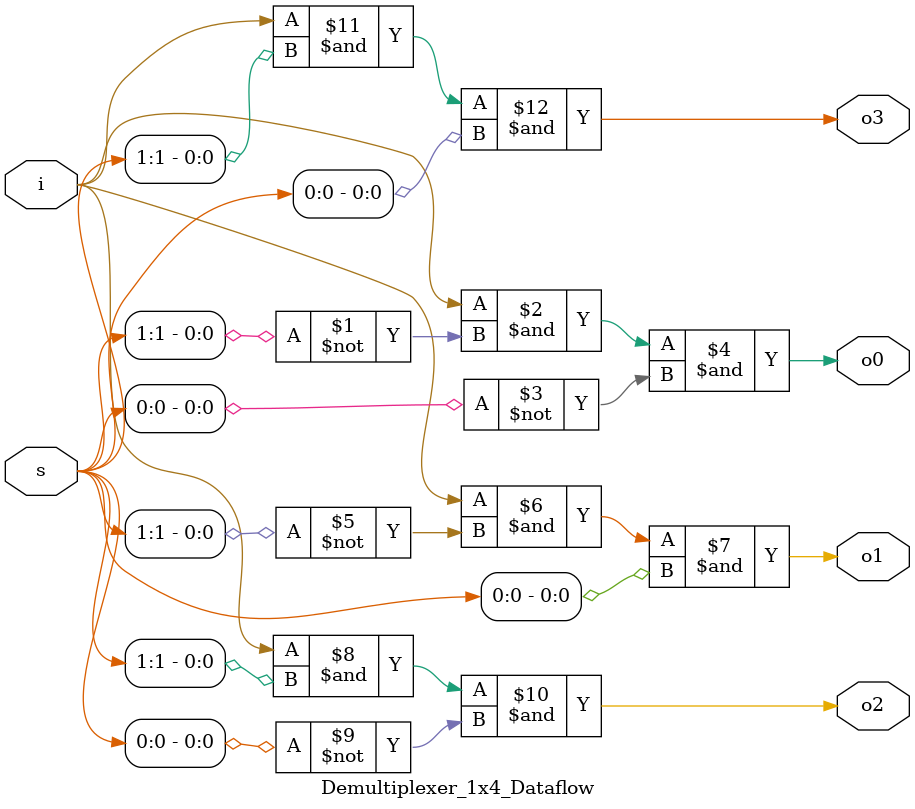
<source format=v>
`timescale 1ns / 1ps


module Demultiplexer_1x4_Dataflow(
    o0,     // output 0 
    o1,     // output 1
    o2,     // output 2
    o3,     // output 3
    i,      // input 
    s       // mode sel
    );
    
    output o0;
    output o1;
    output o2;
    output o3;
    input i; 
    input [1:0]s;
    
    assign o0 = i & ~s[1] & ~s[0];
    assign o1 = i & ~s[1] & s[0];
    assign o2 = i & s[1] & ~s[0];
    assign o3 = i & s[1] & s[0];
endmodule

</source>
